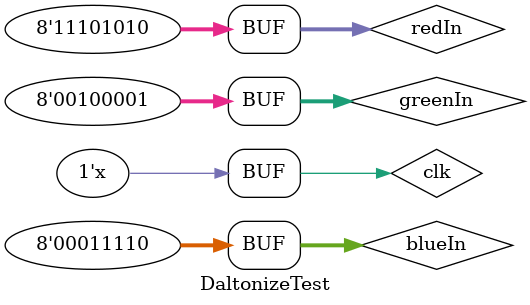
<source format=sv>
`timescale 1ns / 1ps


module DaltonizeTest(

    );
    
    logic [8:0] hue;
    logic [7:0] sat;
    logic [7:0] val;
    logic [7:0] HSVred,HSVgreen,HSVblue;
    logic [7:0] redIn = 234;
    logic [7:0] greenIn = 33;
    logic [7:0] blueIn = 30;
    logic clk = 1;
    logic [3:0]counter = 1;
    always
    begin
    #5 clk = !clk;
    end
    
    always@(posedge clk)
    begin
      counter <= counter + 1;
      //if(counter == 0)
        //greenIn <= greenIn + 10;
    end
    
      RGBtoHSV filt1(clk, redIn, greenIn, blueIn, hue, sat, val);
      logic[7:0] correctedSat;
      Daltonizer colorCorrect(clk, hue, sat, correctedSat);
      logic[8:0] hueDelayed;
      logic[7:0] valDelayed;
      DelaySignal #(.DATA_WIDTH(9),.DELAY_CYCLES(8)) HueDelay(clk,hue, hueDelayed);
      DelaySignal #(.DATA_WIDTH(8),.DELAY_CYCLES(8)) ValueDelay(clk,val, valDelayed);
      
      HSVtoRGB filt2(clk, hueDelayed,correctedSat, valDelayed, HSVred, HSVgreen, HSVblue);
endmodule

</source>
